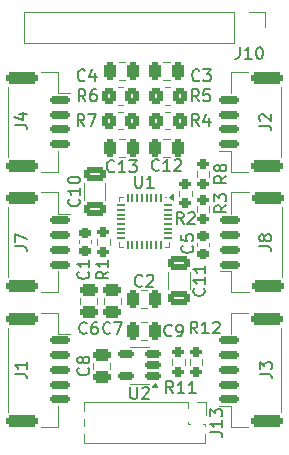
<source format=gto>
G04 #@! TF.GenerationSoftware,KiCad,Pcbnew,8.0.1*
G04 #@! TF.CreationDate,2024-09-18T22:43:32-06:00*
G04 #@! TF.ProjectId,semg,73656d67-2e6b-4696-9361-645f70636258,rev?*
G04 #@! TF.SameCoordinates,Original*
G04 #@! TF.FileFunction,Legend,Top*
G04 #@! TF.FilePolarity,Positive*
%FSLAX46Y46*%
G04 Gerber Fmt 4.6, Leading zero omitted, Abs format (unit mm)*
G04 Created by KiCad (PCBNEW 8.0.1) date 2024-09-18 22:43:32*
%MOMM*%
%LPD*%
G01*
G04 APERTURE LIST*
G04 Aperture macros list*
%AMRoundRect*
0 Rectangle with rounded corners*
0 $1 Rounding radius*
0 $2 $3 $4 $5 $6 $7 $8 $9 X,Y pos of 4 corners*
0 Add a 4 corners polygon primitive as box body*
4,1,4,$2,$3,$4,$5,$6,$7,$8,$9,$2,$3,0*
0 Add four circle primitives for the rounded corners*
1,1,$1+$1,$2,$3*
1,1,$1+$1,$4,$5*
1,1,$1+$1,$6,$7*
1,1,$1+$1,$8,$9*
0 Add four rect primitives between the rounded corners*
20,1,$1+$1,$2,$3,$4,$5,0*
20,1,$1+$1,$4,$5,$6,$7,0*
20,1,$1+$1,$6,$7,$8,$9,0*
20,1,$1+$1,$8,$9,$2,$3,0*%
G04 Aperture macros list end*
%ADD10C,0.150000*%
%ADD11C,0.120000*%
%ADD12RoundRect,0.050000X-0.050000X0.300000X-0.050000X-0.300000X0.050000X-0.300000X0.050000X0.300000X0*%
%ADD13RoundRect,0.050000X-0.300000X0.050000X-0.300000X-0.050000X0.300000X-0.050000X0.300000X0.050000X0*%
%ADD14R,2.900000X2.900000*%
%ADD15RoundRect,0.150000X-0.700000X0.150000X-0.700000X-0.150000X0.700000X-0.150000X0.700000X0.150000X0*%
%ADD16RoundRect,0.250000X-1.100000X0.250000X-1.100000X-0.250000X1.100000X-0.250000X1.100000X0.250000X0*%
%ADD17RoundRect,0.225000X0.250000X-0.225000X0.250000X0.225000X-0.250000X0.225000X-0.250000X-0.225000X0*%
%ADD18RoundRect,0.250000X-0.350000X-0.450000X0.350000X-0.450000X0.350000X0.450000X-0.350000X0.450000X0*%
%ADD19RoundRect,0.200000X-0.275000X0.200000X-0.275000X-0.200000X0.275000X-0.200000X0.275000X0.200000X0*%
%ADD20RoundRect,0.150000X0.512500X0.150000X-0.512500X0.150000X-0.512500X-0.150000X0.512500X-0.150000X0*%
%ADD21RoundRect,0.250000X-0.475000X0.250000X-0.475000X-0.250000X0.475000X-0.250000X0.475000X0.250000X0*%
%ADD22RoundRect,0.250000X-0.250000X-0.475000X0.250000X-0.475000X0.250000X0.475000X-0.250000X0.475000X0*%
%ADD23RoundRect,0.200000X0.275000X-0.200000X0.275000X0.200000X-0.275000X0.200000X-0.275000X-0.200000X0*%
%ADD24RoundRect,0.150000X0.700000X-0.150000X0.700000X0.150000X-0.700000X0.150000X-0.700000X-0.150000X0*%
%ADD25RoundRect,0.250000X1.100000X-0.250000X1.100000X0.250000X-1.100000X0.250000X-1.100000X-0.250000X0*%
%ADD26R,2.000000X2.000000*%
%ADD27O,2.000000X2.000000*%
%ADD28RoundRect,0.250000X0.250000X0.475000X-0.250000X0.475000X-0.250000X-0.475000X0.250000X-0.475000X0*%
%ADD29RoundRect,0.225000X-0.250000X0.225000X-0.250000X-0.225000X0.250000X-0.225000X0.250000X0.225000X0*%
%ADD30RoundRect,0.250000X-0.650000X0.325000X-0.650000X-0.325000X0.650000X-0.325000X0.650000X0.325000X0*%
%ADD31RoundRect,0.250000X0.350000X0.450000X-0.350000X0.450000X-0.350000X-0.450000X0.350000X-0.450000X0*%
%ADD32R,1.000000X1.000000*%
%ADD33O,1.000000X1.000000*%
%ADD34RoundRect,0.250000X0.650000X-0.325000X0.650000X0.325000X-0.650000X0.325000X-0.650000X-0.325000X0*%
G04 APERTURE END LIST*
D10*
X65588095Y-29604819D02*
X65588095Y-30414342D01*
X65588095Y-30414342D02*
X65635714Y-30509580D01*
X65635714Y-30509580D02*
X65683333Y-30557200D01*
X65683333Y-30557200D02*
X65778571Y-30604819D01*
X65778571Y-30604819D02*
X65969047Y-30604819D01*
X65969047Y-30604819D02*
X66064285Y-30557200D01*
X66064285Y-30557200D02*
X66111904Y-30509580D01*
X66111904Y-30509580D02*
X66159523Y-30414342D01*
X66159523Y-30414342D02*
X66159523Y-29604819D01*
X67159523Y-30604819D02*
X66588095Y-30604819D01*
X66873809Y-30604819D02*
X66873809Y-29604819D01*
X66873809Y-29604819D02*
X66778571Y-29747676D01*
X66778571Y-29747676D02*
X66683333Y-29842914D01*
X66683333Y-29842914D02*
X66588095Y-29890533D01*
X55404819Y-46383333D02*
X56119104Y-46383333D01*
X56119104Y-46383333D02*
X56261961Y-46430952D01*
X56261961Y-46430952D02*
X56357200Y-46526190D01*
X56357200Y-46526190D02*
X56404819Y-46669047D01*
X56404819Y-46669047D02*
X56404819Y-46764285D01*
X56404819Y-45383333D02*
X56404819Y-45954761D01*
X56404819Y-45669047D02*
X55404819Y-45669047D01*
X55404819Y-45669047D02*
X55547676Y-45764285D01*
X55547676Y-45764285D02*
X55642914Y-45859523D01*
X55642914Y-45859523D02*
X55690533Y-45954761D01*
X70409580Y-35516666D02*
X70457200Y-35564285D01*
X70457200Y-35564285D02*
X70504819Y-35707142D01*
X70504819Y-35707142D02*
X70504819Y-35802380D01*
X70504819Y-35802380D02*
X70457200Y-35945237D01*
X70457200Y-35945237D02*
X70361961Y-36040475D01*
X70361961Y-36040475D02*
X70266723Y-36088094D01*
X70266723Y-36088094D02*
X70076247Y-36135713D01*
X70076247Y-36135713D02*
X69933390Y-36135713D01*
X69933390Y-36135713D02*
X69742914Y-36088094D01*
X69742914Y-36088094D02*
X69647676Y-36040475D01*
X69647676Y-36040475D02*
X69552438Y-35945237D01*
X69552438Y-35945237D02*
X69504819Y-35802380D01*
X69504819Y-35802380D02*
X69504819Y-35707142D01*
X69504819Y-35707142D02*
X69552438Y-35564285D01*
X69552438Y-35564285D02*
X69600057Y-35516666D01*
X69504819Y-34611904D02*
X69504819Y-35088094D01*
X69504819Y-35088094D02*
X69981009Y-35135713D01*
X69981009Y-35135713D02*
X69933390Y-35088094D01*
X69933390Y-35088094D02*
X69885771Y-34992856D01*
X69885771Y-34992856D02*
X69885771Y-34754761D01*
X69885771Y-34754761D02*
X69933390Y-34659523D01*
X69933390Y-34659523D02*
X69981009Y-34611904D01*
X69981009Y-34611904D02*
X70076247Y-34564285D01*
X70076247Y-34564285D02*
X70314342Y-34564285D01*
X70314342Y-34564285D02*
X70409580Y-34611904D01*
X70409580Y-34611904D02*
X70457200Y-34659523D01*
X70457200Y-34659523D02*
X70504819Y-34754761D01*
X70504819Y-34754761D02*
X70504819Y-34992856D01*
X70504819Y-34992856D02*
X70457200Y-35088094D01*
X70457200Y-35088094D02*
X70409580Y-35135713D01*
X61383333Y-23304819D02*
X61050000Y-22828628D01*
X60811905Y-23304819D02*
X60811905Y-22304819D01*
X60811905Y-22304819D02*
X61192857Y-22304819D01*
X61192857Y-22304819D02*
X61288095Y-22352438D01*
X61288095Y-22352438D02*
X61335714Y-22400057D01*
X61335714Y-22400057D02*
X61383333Y-22495295D01*
X61383333Y-22495295D02*
X61383333Y-22638152D01*
X61383333Y-22638152D02*
X61335714Y-22733390D01*
X61335714Y-22733390D02*
X61288095Y-22781009D01*
X61288095Y-22781009D02*
X61192857Y-22828628D01*
X61192857Y-22828628D02*
X60811905Y-22828628D01*
X62240476Y-22304819D02*
X62050000Y-22304819D01*
X62050000Y-22304819D02*
X61954762Y-22352438D01*
X61954762Y-22352438D02*
X61907143Y-22400057D01*
X61907143Y-22400057D02*
X61811905Y-22542914D01*
X61811905Y-22542914D02*
X61764286Y-22733390D01*
X61764286Y-22733390D02*
X61764286Y-23114342D01*
X61764286Y-23114342D02*
X61811905Y-23209580D01*
X61811905Y-23209580D02*
X61859524Y-23257200D01*
X61859524Y-23257200D02*
X61954762Y-23304819D01*
X61954762Y-23304819D02*
X62145238Y-23304819D01*
X62145238Y-23304819D02*
X62240476Y-23257200D01*
X62240476Y-23257200D02*
X62288095Y-23209580D01*
X62288095Y-23209580D02*
X62335714Y-23114342D01*
X62335714Y-23114342D02*
X62335714Y-22876247D01*
X62335714Y-22876247D02*
X62288095Y-22781009D01*
X62288095Y-22781009D02*
X62240476Y-22733390D01*
X62240476Y-22733390D02*
X62145238Y-22685771D01*
X62145238Y-22685771D02*
X61954762Y-22685771D01*
X61954762Y-22685771D02*
X61859524Y-22733390D01*
X61859524Y-22733390D02*
X61811905Y-22781009D01*
X61811905Y-22781009D02*
X61764286Y-22876247D01*
X69683333Y-33704819D02*
X69350000Y-33228628D01*
X69111905Y-33704819D02*
X69111905Y-32704819D01*
X69111905Y-32704819D02*
X69492857Y-32704819D01*
X69492857Y-32704819D02*
X69588095Y-32752438D01*
X69588095Y-32752438D02*
X69635714Y-32800057D01*
X69635714Y-32800057D02*
X69683333Y-32895295D01*
X69683333Y-32895295D02*
X69683333Y-33038152D01*
X69683333Y-33038152D02*
X69635714Y-33133390D01*
X69635714Y-33133390D02*
X69588095Y-33181009D01*
X69588095Y-33181009D02*
X69492857Y-33228628D01*
X69492857Y-33228628D02*
X69111905Y-33228628D01*
X70064286Y-32800057D02*
X70111905Y-32752438D01*
X70111905Y-32752438D02*
X70207143Y-32704819D01*
X70207143Y-32704819D02*
X70445238Y-32704819D01*
X70445238Y-32704819D02*
X70540476Y-32752438D01*
X70540476Y-32752438D02*
X70588095Y-32800057D01*
X70588095Y-32800057D02*
X70635714Y-32895295D01*
X70635714Y-32895295D02*
X70635714Y-32990533D01*
X70635714Y-32990533D02*
X70588095Y-33133390D01*
X70588095Y-33133390D02*
X70016667Y-33704819D01*
X70016667Y-33704819D02*
X70635714Y-33704819D01*
X65188095Y-47504819D02*
X65188095Y-48314342D01*
X65188095Y-48314342D02*
X65235714Y-48409580D01*
X65235714Y-48409580D02*
X65283333Y-48457200D01*
X65283333Y-48457200D02*
X65378571Y-48504819D01*
X65378571Y-48504819D02*
X65569047Y-48504819D01*
X65569047Y-48504819D02*
X65664285Y-48457200D01*
X65664285Y-48457200D02*
X65711904Y-48409580D01*
X65711904Y-48409580D02*
X65759523Y-48314342D01*
X65759523Y-48314342D02*
X65759523Y-47504819D01*
X66188095Y-47600057D02*
X66235714Y-47552438D01*
X66235714Y-47552438D02*
X66330952Y-47504819D01*
X66330952Y-47504819D02*
X66569047Y-47504819D01*
X66569047Y-47504819D02*
X66664285Y-47552438D01*
X66664285Y-47552438D02*
X66711904Y-47600057D01*
X66711904Y-47600057D02*
X66759523Y-47695295D01*
X66759523Y-47695295D02*
X66759523Y-47790533D01*
X66759523Y-47790533D02*
X66711904Y-47933390D01*
X66711904Y-47933390D02*
X66140476Y-48504819D01*
X66140476Y-48504819D02*
X66759523Y-48504819D01*
X63483333Y-42909580D02*
X63435714Y-42957200D01*
X63435714Y-42957200D02*
X63292857Y-43004819D01*
X63292857Y-43004819D02*
X63197619Y-43004819D01*
X63197619Y-43004819D02*
X63054762Y-42957200D01*
X63054762Y-42957200D02*
X62959524Y-42861961D01*
X62959524Y-42861961D02*
X62911905Y-42766723D01*
X62911905Y-42766723D02*
X62864286Y-42576247D01*
X62864286Y-42576247D02*
X62864286Y-42433390D01*
X62864286Y-42433390D02*
X62911905Y-42242914D01*
X62911905Y-42242914D02*
X62959524Y-42147676D01*
X62959524Y-42147676D02*
X63054762Y-42052438D01*
X63054762Y-42052438D02*
X63197619Y-42004819D01*
X63197619Y-42004819D02*
X63292857Y-42004819D01*
X63292857Y-42004819D02*
X63435714Y-42052438D01*
X63435714Y-42052438D02*
X63483333Y-42100057D01*
X63816667Y-42004819D02*
X64483333Y-42004819D01*
X64483333Y-42004819D02*
X64054762Y-43004819D01*
X61283333Y-25404819D02*
X60950000Y-24928628D01*
X60711905Y-25404819D02*
X60711905Y-24404819D01*
X60711905Y-24404819D02*
X61092857Y-24404819D01*
X61092857Y-24404819D02*
X61188095Y-24452438D01*
X61188095Y-24452438D02*
X61235714Y-24500057D01*
X61235714Y-24500057D02*
X61283333Y-24595295D01*
X61283333Y-24595295D02*
X61283333Y-24738152D01*
X61283333Y-24738152D02*
X61235714Y-24833390D01*
X61235714Y-24833390D02*
X61188095Y-24881009D01*
X61188095Y-24881009D02*
X61092857Y-24928628D01*
X61092857Y-24928628D02*
X60711905Y-24928628D01*
X61616667Y-24404819D02*
X62283333Y-24404819D01*
X62283333Y-24404819D02*
X61854762Y-25404819D01*
X67607142Y-29109580D02*
X67559523Y-29157200D01*
X67559523Y-29157200D02*
X67416666Y-29204819D01*
X67416666Y-29204819D02*
X67321428Y-29204819D01*
X67321428Y-29204819D02*
X67178571Y-29157200D01*
X67178571Y-29157200D02*
X67083333Y-29061961D01*
X67083333Y-29061961D02*
X67035714Y-28966723D01*
X67035714Y-28966723D02*
X66988095Y-28776247D01*
X66988095Y-28776247D02*
X66988095Y-28633390D01*
X66988095Y-28633390D02*
X67035714Y-28442914D01*
X67035714Y-28442914D02*
X67083333Y-28347676D01*
X67083333Y-28347676D02*
X67178571Y-28252438D01*
X67178571Y-28252438D02*
X67321428Y-28204819D01*
X67321428Y-28204819D02*
X67416666Y-28204819D01*
X67416666Y-28204819D02*
X67559523Y-28252438D01*
X67559523Y-28252438D02*
X67607142Y-28300057D01*
X68559523Y-29204819D02*
X67988095Y-29204819D01*
X68273809Y-29204819D02*
X68273809Y-28204819D01*
X68273809Y-28204819D02*
X68178571Y-28347676D01*
X68178571Y-28347676D02*
X68083333Y-28442914D01*
X68083333Y-28442914D02*
X67988095Y-28490533D01*
X68940476Y-28300057D02*
X68988095Y-28252438D01*
X68988095Y-28252438D02*
X69083333Y-28204819D01*
X69083333Y-28204819D02*
X69321428Y-28204819D01*
X69321428Y-28204819D02*
X69416666Y-28252438D01*
X69416666Y-28252438D02*
X69464285Y-28300057D01*
X69464285Y-28300057D02*
X69511904Y-28395295D01*
X69511904Y-28395295D02*
X69511904Y-28490533D01*
X69511904Y-28490533D02*
X69464285Y-28633390D01*
X69464285Y-28633390D02*
X68892857Y-29204819D01*
X68892857Y-29204819D02*
X69511904Y-29204819D01*
X70857142Y-42954819D02*
X70523809Y-42478628D01*
X70285714Y-42954819D02*
X70285714Y-41954819D01*
X70285714Y-41954819D02*
X70666666Y-41954819D01*
X70666666Y-41954819D02*
X70761904Y-42002438D01*
X70761904Y-42002438D02*
X70809523Y-42050057D01*
X70809523Y-42050057D02*
X70857142Y-42145295D01*
X70857142Y-42145295D02*
X70857142Y-42288152D01*
X70857142Y-42288152D02*
X70809523Y-42383390D01*
X70809523Y-42383390D02*
X70761904Y-42431009D01*
X70761904Y-42431009D02*
X70666666Y-42478628D01*
X70666666Y-42478628D02*
X70285714Y-42478628D01*
X71809523Y-42954819D02*
X71238095Y-42954819D01*
X71523809Y-42954819D02*
X71523809Y-41954819D01*
X71523809Y-41954819D02*
X71428571Y-42097676D01*
X71428571Y-42097676D02*
X71333333Y-42192914D01*
X71333333Y-42192914D02*
X71238095Y-42240533D01*
X72190476Y-42050057D02*
X72238095Y-42002438D01*
X72238095Y-42002438D02*
X72333333Y-41954819D01*
X72333333Y-41954819D02*
X72571428Y-41954819D01*
X72571428Y-41954819D02*
X72666666Y-42002438D01*
X72666666Y-42002438D02*
X72714285Y-42050057D01*
X72714285Y-42050057D02*
X72761904Y-42145295D01*
X72761904Y-42145295D02*
X72761904Y-42240533D01*
X72761904Y-42240533D02*
X72714285Y-42383390D01*
X72714285Y-42383390D02*
X72142857Y-42954819D01*
X72142857Y-42954819D02*
X72761904Y-42954819D01*
X73304819Y-29616666D02*
X72828628Y-29949999D01*
X73304819Y-30188094D02*
X72304819Y-30188094D01*
X72304819Y-30188094D02*
X72304819Y-29807142D01*
X72304819Y-29807142D02*
X72352438Y-29711904D01*
X72352438Y-29711904D02*
X72400057Y-29664285D01*
X72400057Y-29664285D02*
X72495295Y-29616666D01*
X72495295Y-29616666D02*
X72638152Y-29616666D01*
X72638152Y-29616666D02*
X72733390Y-29664285D01*
X72733390Y-29664285D02*
X72781009Y-29711904D01*
X72781009Y-29711904D02*
X72828628Y-29807142D01*
X72828628Y-29807142D02*
X72828628Y-30188094D01*
X72733390Y-29045237D02*
X72685771Y-29140475D01*
X72685771Y-29140475D02*
X72638152Y-29188094D01*
X72638152Y-29188094D02*
X72542914Y-29235713D01*
X72542914Y-29235713D02*
X72495295Y-29235713D01*
X72495295Y-29235713D02*
X72400057Y-29188094D01*
X72400057Y-29188094D02*
X72352438Y-29140475D01*
X72352438Y-29140475D02*
X72304819Y-29045237D01*
X72304819Y-29045237D02*
X72304819Y-28854761D01*
X72304819Y-28854761D02*
X72352438Y-28759523D01*
X72352438Y-28759523D02*
X72400057Y-28711904D01*
X72400057Y-28711904D02*
X72495295Y-28664285D01*
X72495295Y-28664285D02*
X72542914Y-28664285D01*
X72542914Y-28664285D02*
X72638152Y-28711904D01*
X72638152Y-28711904D02*
X72685771Y-28759523D01*
X72685771Y-28759523D02*
X72733390Y-28854761D01*
X72733390Y-28854761D02*
X72733390Y-29045237D01*
X72733390Y-29045237D02*
X72781009Y-29140475D01*
X72781009Y-29140475D02*
X72828628Y-29188094D01*
X72828628Y-29188094D02*
X72923866Y-29235713D01*
X72923866Y-29235713D02*
X73114342Y-29235713D01*
X73114342Y-29235713D02*
X73209580Y-29188094D01*
X73209580Y-29188094D02*
X73257200Y-29140475D01*
X73257200Y-29140475D02*
X73304819Y-29045237D01*
X73304819Y-29045237D02*
X73304819Y-28854761D01*
X73304819Y-28854761D02*
X73257200Y-28759523D01*
X73257200Y-28759523D02*
X73209580Y-28711904D01*
X73209580Y-28711904D02*
X73114342Y-28664285D01*
X73114342Y-28664285D02*
X72923866Y-28664285D01*
X72923866Y-28664285D02*
X72828628Y-28711904D01*
X72828628Y-28711904D02*
X72781009Y-28759523D01*
X72781009Y-28759523D02*
X72733390Y-28854761D01*
X76154819Y-46383333D02*
X76869104Y-46383333D01*
X76869104Y-46383333D02*
X77011961Y-46430952D01*
X77011961Y-46430952D02*
X77107200Y-46526190D01*
X77107200Y-46526190D02*
X77154819Y-46669047D01*
X77154819Y-46669047D02*
X77154819Y-46764285D01*
X76154819Y-46002380D02*
X76154819Y-45383333D01*
X76154819Y-45383333D02*
X76535771Y-45716666D01*
X76535771Y-45716666D02*
X76535771Y-45573809D01*
X76535771Y-45573809D02*
X76583390Y-45478571D01*
X76583390Y-45478571D02*
X76631009Y-45430952D01*
X76631009Y-45430952D02*
X76726247Y-45383333D01*
X76726247Y-45383333D02*
X76964342Y-45383333D01*
X76964342Y-45383333D02*
X77059580Y-45430952D01*
X77059580Y-45430952D02*
X77107200Y-45478571D01*
X77107200Y-45478571D02*
X77154819Y-45573809D01*
X77154819Y-45573809D02*
X77154819Y-45859523D01*
X77154819Y-45859523D02*
X77107200Y-45954761D01*
X77107200Y-45954761D02*
X77059580Y-46002380D01*
X61609580Y-45866666D02*
X61657200Y-45914285D01*
X61657200Y-45914285D02*
X61704819Y-46057142D01*
X61704819Y-46057142D02*
X61704819Y-46152380D01*
X61704819Y-46152380D02*
X61657200Y-46295237D01*
X61657200Y-46295237D02*
X61561961Y-46390475D01*
X61561961Y-46390475D02*
X61466723Y-46438094D01*
X61466723Y-46438094D02*
X61276247Y-46485713D01*
X61276247Y-46485713D02*
X61133390Y-46485713D01*
X61133390Y-46485713D02*
X60942914Y-46438094D01*
X60942914Y-46438094D02*
X60847676Y-46390475D01*
X60847676Y-46390475D02*
X60752438Y-46295237D01*
X60752438Y-46295237D02*
X60704819Y-46152380D01*
X60704819Y-46152380D02*
X60704819Y-46057142D01*
X60704819Y-46057142D02*
X60752438Y-45914285D01*
X60752438Y-45914285D02*
X60800057Y-45866666D01*
X61133390Y-45295237D02*
X61085771Y-45390475D01*
X61085771Y-45390475D02*
X61038152Y-45438094D01*
X61038152Y-45438094D02*
X60942914Y-45485713D01*
X60942914Y-45485713D02*
X60895295Y-45485713D01*
X60895295Y-45485713D02*
X60800057Y-45438094D01*
X60800057Y-45438094D02*
X60752438Y-45390475D01*
X60752438Y-45390475D02*
X60704819Y-45295237D01*
X60704819Y-45295237D02*
X60704819Y-45104761D01*
X60704819Y-45104761D02*
X60752438Y-45009523D01*
X60752438Y-45009523D02*
X60800057Y-44961904D01*
X60800057Y-44961904D02*
X60895295Y-44914285D01*
X60895295Y-44914285D02*
X60942914Y-44914285D01*
X60942914Y-44914285D02*
X61038152Y-44961904D01*
X61038152Y-44961904D02*
X61085771Y-45009523D01*
X61085771Y-45009523D02*
X61133390Y-45104761D01*
X61133390Y-45104761D02*
X61133390Y-45295237D01*
X61133390Y-45295237D02*
X61181009Y-45390475D01*
X61181009Y-45390475D02*
X61228628Y-45438094D01*
X61228628Y-45438094D02*
X61323866Y-45485713D01*
X61323866Y-45485713D02*
X61514342Y-45485713D01*
X61514342Y-45485713D02*
X61609580Y-45438094D01*
X61609580Y-45438094D02*
X61657200Y-45390475D01*
X61657200Y-45390475D02*
X61704819Y-45295237D01*
X61704819Y-45295237D02*
X61704819Y-45104761D01*
X61704819Y-45104761D02*
X61657200Y-45009523D01*
X61657200Y-45009523D02*
X61609580Y-44961904D01*
X61609580Y-44961904D02*
X61514342Y-44914285D01*
X61514342Y-44914285D02*
X61323866Y-44914285D01*
X61323866Y-44914285D02*
X61228628Y-44961904D01*
X61228628Y-44961904D02*
X61181009Y-45009523D01*
X61181009Y-45009523D02*
X61133390Y-45104761D01*
X74440476Y-18704819D02*
X74440476Y-19419104D01*
X74440476Y-19419104D02*
X74392857Y-19561961D01*
X74392857Y-19561961D02*
X74297619Y-19657200D01*
X74297619Y-19657200D02*
X74154762Y-19704819D01*
X74154762Y-19704819D02*
X74059524Y-19704819D01*
X75440476Y-19704819D02*
X74869048Y-19704819D01*
X75154762Y-19704819D02*
X75154762Y-18704819D01*
X75154762Y-18704819D02*
X75059524Y-18847676D01*
X75059524Y-18847676D02*
X74964286Y-18942914D01*
X74964286Y-18942914D02*
X74869048Y-18990533D01*
X76059524Y-18704819D02*
X76154762Y-18704819D01*
X76154762Y-18704819D02*
X76250000Y-18752438D01*
X76250000Y-18752438D02*
X76297619Y-18800057D01*
X76297619Y-18800057D02*
X76345238Y-18895295D01*
X76345238Y-18895295D02*
X76392857Y-19085771D01*
X76392857Y-19085771D02*
X76392857Y-19323866D01*
X76392857Y-19323866D02*
X76345238Y-19514342D01*
X76345238Y-19514342D02*
X76297619Y-19609580D01*
X76297619Y-19609580D02*
X76250000Y-19657200D01*
X76250000Y-19657200D02*
X76154762Y-19704819D01*
X76154762Y-19704819D02*
X76059524Y-19704819D01*
X76059524Y-19704819D02*
X75964286Y-19657200D01*
X75964286Y-19657200D02*
X75916667Y-19609580D01*
X75916667Y-19609580D02*
X75869048Y-19514342D01*
X75869048Y-19514342D02*
X75821429Y-19323866D01*
X75821429Y-19323866D02*
X75821429Y-19085771D01*
X75821429Y-19085771D02*
X75869048Y-18895295D01*
X75869048Y-18895295D02*
X75916667Y-18800057D01*
X75916667Y-18800057D02*
X75964286Y-18752438D01*
X75964286Y-18752438D02*
X76059524Y-18704819D01*
X68807142Y-48004819D02*
X68473809Y-47528628D01*
X68235714Y-48004819D02*
X68235714Y-47004819D01*
X68235714Y-47004819D02*
X68616666Y-47004819D01*
X68616666Y-47004819D02*
X68711904Y-47052438D01*
X68711904Y-47052438D02*
X68759523Y-47100057D01*
X68759523Y-47100057D02*
X68807142Y-47195295D01*
X68807142Y-47195295D02*
X68807142Y-47338152D01*
X68807142Y-47338152D02*
X68759523Y-47433390D01*
X68759523Y-47433390D02*
X68711904Y-47481009D01*
X68711904Y-47481009D02*
X68616666Y-47528628D01*
X68616666Y-47528628D02*
X68235714Y-47528628D01*
X69759523Y-48004819D02*
X69188095Y-48004819D01*
X69473809Y-48004819D02*
X69473809Y-47004819D01*
X69473809Y-47004819D02*
X69378571Y-47147676D01*
X69378571Y-47147676D02*
X69283333Y-47242914D01*
X69283333Y-47242914D02*
X69188095Y-47290533D01*
X70711904Y-48004819D02*
X70140476Y-48004819D01*
X70426190Y-48004819D02*
X70426190Y-47004819D01*
X70426190Y-47004819D02*
X70330952Y-47147676D01*
X70330952Y-47147676D02*
X70235714Y-47242914D01*
X70235714Y-47242914D02*
X70140476Y-47290533D01*
X76104819Y-25383333D02*
X76819104Y-25383333D01*
X76819104Y-25383333D02*
X76961961Y-25430952D01*
X76961961Y-25430952D02*
X77057200Y-25526190D01*
X77057200Y-25526190D02*
X77104819Y-25669047D01*
X77104819Y-25669047D02*
X77104819Y-25764285D01*
X76200057Y-24954761D02*
X76152438Y-24907142D01*
X76152438Y-24907142D02*
X76104819Y-24811904D01*
X76104819Y-24811904D02*
X76104819Y-24573809D01*
X76104819Y-24573809D02*
X76152438Y-24478571D01*
X76152438Y-24478571D02*
X76200057Y-24430952D01*
X76200057Y-24430952D02*
X76295295Y-24383333D01*
X76295295Y-24383333D02*
X76390533Y-24383333D01*
X76390533Y-24383333D02*
X76533390Y-24430952D01*
X76533390Y-24430952D02*
X77104819Y-25002380D01*
X77104819Y-25002380D02*
X77104819Y-24383333D01*
X63807142Y-29209580D02*
X63759523Y-29257200D01*
X63759523Y-29257200D02*
X63616666Y-29304819D01*
X63616666Y-29304819D02*
X63521428Y-29304819D01*
X63521428Y-29304819D02*
X63378571Y-29257200D01*
X63378571Y-29257200D02*
X63283333Y-29161961D01*
X63283333Y-29161961D02*
X63235714Y-29066723D01*
X63235714Y-29066723D02*
X63188095Y-28876247D01*
X63188095Y-28876247D02*
X63188095Y-28733390D01*
X63188095Y-28733390D02*
X63235714Y-28542914D01*
X63235714Y-28542914D02*
X63283333Y-28447676D01*
X63283333Y-28447676D02*
X63378571Y-28352438D01*
X63378571Y-28352438D02*
X63521428Y-28304819D01*
X63521428Y-28304819D02*
X63616666Y-28304819D01*
X63616666Y-28304819D02*
X63759523Y-28352438D01*
X63759523Y-28352438D02*
X63807142Y-28400057D01*
X64759523Y-29304819D02*
X64188095Y-29304819D01*
X64473809Y-29304819D02*
X64473809Y-28304819D01*
X64473809Y-28304819D02*
X64378571Y-28447676D01*
X64378571Y-28447676D02*
X64283333Y-28542914D01*
X64283333Y-28542914D02*
X64188095Y-28590533D01*
X65092857Y-28304819D02*
X65711904Y-28304819D01*
X65711904Y-28304819D02*
X65378571Y-28685771D01*
X65378571Y-28685771D02*
X65521428Y-28685771D01*
X65521428Y-28685771D02*
X65616666Y-28733390D01*
X65616666Y-28733390D02*
X65664285Y-28781009D01*
X65664285Y-28781009D02*
X65711904Y-28876247D01*
X65711904Y-28876247D02*
X65711904Y-29114342D01*
X65711904Y-29114342D02*
X65664285Y-29209580D01*
X65664285Y-29209580D02*
X65616666Y-29257200D01*
X65616666Y-29257200D02*
X65521428Y-29304819D01*
X65521428Y-29304819D02*
X65235714Y-29304819D01*
X65235714Y-29304819D02*
X65140476Y-29257200D01*
X65140476Y-29257200D02*
X65092857Y-29209580D01*
X55404819Y-35583333D02*
X56119104Y-35583333D01*
X56119104Y-35583333D02*
X56261961Y-35630952D01*
X56261961Y-35630952D02*
X56357200Y-35726190D01*
X56357200Y-35726190D02*
X56404819Y-35869047D01*
X56404819Y-35869047D02*
X56404819Y-35964285D01*
X55404819Y-35202380D02*
X55404819Y-34535714D01*
X55404819Y-34535714D02*
X56404819Y-34964285D01*
X61333333Y-21509580D02*
X61285714Y-21557200D01*
X61285714Y-21557200D02*
X61142857Y-21604819D01*
X61142857Y-21604819D02*
X61047619Y-21604819D01*
X61047619Y-21604819D02*
X60904762Y-21557200D01*
X60904762Y-21557200D02*
X60809524Y-21461961D01*
X60809524Y-21461961D02*
X60761905Y-21366723D01*
X60761905Y-21366723D02*
X60714286Y-21176247D01*
X60714286Y-21176247D02*
X60714286Y-21033390D01*
X60714286Y-21033390D02*
X60761905Y-20842914D01*
X60761905Y-20842914D02*
X60809524Y-20747676D01*
X60809524Y-20747676D02*
X60904762Y-20652438D01*
X60904762Y-20652438D02*
X61047619Y-20604819D01*
X61047619Y-20604819D02*
X61142857Y-20604819D01*
X61142857Y-20604819D02*
X61285714Y-20652438D01*
X61285714Y-20652438D02*
X61333333Y-20700057D01*
X62190476Y-20938152D02*
X62190476Y-21604819D01*
X61952381Y-20557200D02*
X61714286Y-21271485D01*
X61714286Y-21271485D02*
X62333333Y-21271485D01*
X71033333Y-21509580D02*
X70985714Y-21557200D01*
X70985714Y-21557200D02*
X70842857Y-21604819D01*
X70842857Y-21604819D02*
X70747619Y-21604819D01*
X70747619Y-21604819D02*
X70604762Y-21557200D01*
X70604762Y-21557200D02*
X70509524Y-21461961D01*
X70509524Y-21461961D02*
X70461905Y-21366723D01*
X70461905Y-21366723D02*
X70414286Y-21176247D01*
X70414286Y-21176247D02*
X70414286Y-21033390D01*
X70414286Y-21033390D02*
X70461905Y-20842914D01*
X70461905Y-20842914D02*
X70509524Y-20747676D01*
X70509524Y-20747676D02*
X70604762Y-20652438D01*
X70604762Y-20652438D02*
X70747619Y-20604819D01*
X70747619Y-20604819D02*
X70842857Y-20604819D01*
X70842857Y-20604819D02*
X70985714Y-20652438D01*
X70985714Y-20652438D02*
X71033333Y-20700057D01*
X71366667Y-20604819D02*
X71985714Y-20604819D01*
X71985714Y-20604819D02*
X71652381Y-20985771D01*
X71652381Y-20985771D02*
X71795238Y-20985771D01*
X71795238Y-20985771D02*
X71890476Y-21033390D01*
X71890476Y-21033390D02*
X71938095Y-21081009D01*
X71938095Y-21081009D02*
X71985714Y-21176247D01*
X71985714Y-21176247D02*
X71985714Y-21414342D01*
X71985714Y-21414342D02*
X71938095Y-21509580D01*
X71938095Y-21509580D02*
X71890476Y-21557200D01*
X71890476Y-21557200D02*
X71795238Y-21604819D01*
X71795238Y-21604819D02*
X71509524Y-21604819D01*
X71509524Y-21604819D02*
X71414286Y-21557200D01*
X71414286Y-21557200D02*
X71366667Y-21509580D01*
X61609580Y-37716666D02*
X61657200Y-37764285D01*
X61657200Y-37764285D02*
X61704819Y-37907142D01*
X61704819Y-37907142D02*
X61704819Y-38002380D01*
X61704819Y-38002380D02*
X61657200Y-38145237D01*
X61657200Y-38145237D02*
X61561961Y-38240475D01*
X61561961Y-38240475D02*
X61466723Y-38288094D01*
X61466723Y-38288094D02*
X61276247Y-38335713D01*
X61276247Y-38335713D02*
X61133390Y-38335713D01*
X61133390Y-38335713D02*
X60942914Y-38288094D01*
X60942914Y-38288094D02*
X60847676Y-38240475D01*
X60847676Y-38240475D02*
X60752438Y-38145237D01*
X60752438Y-38145237D02*
X60704819Y-38002380D01*
X60704819Y-38002380D02*
X60704819Y-37907142D01*
X60704819Y-37907142D02*
X60752438Y-37764285D01*
X60752438Y-37764285D02*
X60800057Y-37716666D01*
X61704819Y-36764285D02*
X61704819Y-37335713D01*
X61704819Y-37049999D02*
X60704819Y-37049999D01*
X60704819Y-37049999D02*
X60847676Y-37145237D01*
X60847676Y-37145237D02*
X60942914Y-37240475D01*
X60942914Y-37240475D02*
X60990533Y-37335713D01*
X61483333Y-42909580D02*
X61435714Y-42957200D01*
X61435714Y-42957200D02*
X61292857Y-43004819D01*
X61292857Y-43004819D02*
X61197619Y-43004819D01*
X61197619Y-43004819D02*
X61054762Y-42957200D01*
X61054762Y-42957200D02*
X60959524Y-42861961D01*
X60959524Y-42861961D02*
X60911905Y-42766723D01*
X60911905Y-42766723D02*
X60864286Y-42576247D01*
X60864286Y-42576247D02*
X60864286Y-42433390D01*
X60864286Y-42433390D02*
X60911905Y-42242914D01*
X60911905Y-42242914D02*
X60959524Y-42147676D01*
X60959524Y-42147676D02*
X61054762Y-42052438D01*
X61054762Y-42052438D02*
X61197619Y-42004819D01*
X61197619Y-42004819D02*
X61292857Y-42004819D01*
X61292857Y-42004819D02*
X61435714Y-42052438D01*
X61435714Y-42052438D02*
X61483333Y-42100057D01*
X62340476Y-42004819D02*
X62150000Y-42004819D01*
X62150000Y-42004819D02*
X62054762Y-42052438D01*
X62054762Y-42052438D02*
X62007143Y-42100057D01*
X62007143Y-42100057D02*
X61911905Y-42242914D01*
X61911905Y-42242914D02*
X61864286Y-42433390D01*
X61864286Y-42433390D02*
X61864286Y-42814342D01*
X61864286Y-42814342D02*
X61911905Y-42909580D01*
X61911905Y-42909580D02*
X61959524Y-42957200D01*
X61959524Y-42957200D02*
X62054762Y-43004819D01*
X62054762Y-43004819D02*
X62245238Y-43004819D01*
X62245238Y-43004819D02*
X62340476Y-42957200D01*
X62340476Y-42957200D02*
X62388095Y-42909580D01*
X62388095Y-42909580D02*
X62435714Y-42814342D01*
X62435714Y-42814342D02*
X62435714Y-42576247D01*
X62435714Y-42576247D02*
X62388095Y-42481009D01*
X62388095Y-42481009D02*
X62340476Y-42433390D01*
X62340476Y-42433390D02*
X62245238Y-42385771D01*
X62245238Y-42385771D02*
X62054762Y-42385771D01*
X62054762Y-42385771D02*
X61959524Y-42433390D01*
X61959524Y-42433390D02*
X61911905Y-42481009D01*
X61911905Y-42481009D02*
X61864286Y-42576247D01*
X68683333Y-43109580D02*
X68635714Y-43157200D01*
X68635714Y-43157200D02*
X68492857Y-43204819D01*
X68492857Y-43204819D02*
X68397619Y-43204819D01*
X68397619Y-43204819D02*
X68254762Y-43157200D01*
X68254762Y-43157200D02*
X68159524Y-43061961D01*
X68159524Y-43061961D02*
X68111905Y-42966723D01*
X68111905Y-42966723D02*
X68064286Y-42776247D01*
X68064286Y-42776247D02*
X68064286Y-42633390D01*
X68064286Y-42633390D02*
X68111905Y-42442914D01*
X68111905Y-42442914D02*
X68159524Y-42347676D01*
X68159524Y-42347676D02*
X68254762Y-42252438D01*
X68254762Y-42252438D02*
X68397619Y-42204819D01*
X68397619Y-42204819D02*
X68492857Y-42204819D01*
X68492857Y-42204819D02*
X68635714Y-42252438D01*
X68635714Y-42252438D02*
X68683333Y-42300057D01*
X69159524Y-43204819D02*
X69350000Y-43204819D01*
X69350000Y-43204819D02*
X69445238Y-43157200D01*
X69445238Y-43157200D02*
X69492857Y-43109580D01*
X69492857Y-43109580D02*
X69588095Y-42966723D01*
X69588095Y-42966723D02*
X69635714Y-42776247D01*
X69635714Y-42776247D02*
X69635714Y-42395295D01*
X69635714Y-42395295D02*
X69588095Y-42300057D01*
X69588095Y-42300057D02*
X69540476Y-42252438D01*
X69540476Y-42252438D02*
X69445238Y-42204819D01*
X69445238Y-42204819D02*
X69254762Y-42204819D01*
X69254762Y-42204819D02*
X69159524Y-42252438D01*
X69159524Y-42252438D02*
X69111905Y-42300057D01*
X69111905Y-42300057D02*
X69064286Y-42395295D01*
X69064286Y-42395295D02*
X69064286Y-42633390D01*
X69064286Y-42633390D02*
X69111905Y-42728628D01*
X69111905Y-42728628D02*
X69159524Y-42776247D01*
X69159524Y-42776247D02*
X69254762Y-42823866D01*
X69254762Y-42823866D02*
X69445238Y-42823866D01*
X69445238Y-42823866D02*
X69540476Y-42776247D01*
X69540476Y-42776247D02*
X69588095Y-42728628D01*
X69588095Y-42728628D02*
X69635714Y-42633390D01*
X71409580Y-39142857D02*
X71457200Y-39190476D01*
X71457200Y-39190476D02*
X71504819Y-39333333D01*
X71504819Y-39333333D02*
X71504819Y-39428571D01*
X71504819Y-39428571D02*
X71457200Y-39571428D01*
X71457200Y-39571428D02*
X71361961Y-39666666D01*
X71361961Y-39666666D02*
X71266723Y-39714285D01*
X71266723Y-39714285D02*
X71076247Y-39761904D01*
X71076247Y-39761904D02*
X70933390Y-39761904D01*
X70933390Y-39761904D02*
X70742914Y-39714285D01*
X70742914Y-39714285D02*
X70647676Y-39666666D01*
X70647676Y-39666666D02*
X70552438Y-39571428D01*
X70552438Y-39571428D02*
X70504819Y-39428571D01*
X70504819Y-39428571D02*
X70504819Y-39333333D01*
X70504819Y-39333333D02*
X70552438Y-39190476D01*
X70552438Y-39190476D02*
X70600057Y-39142857D01*
X71504819Y-38190476D02*
X71504819Y-38761904D01*
X71504819Y-38476190D02*
X70504819Y-38476190D01*
X70504819Y-38476190D02*
X70647676Y-38571428D01*
X70647676Y-38571428D02*
X70742914Y-38666666D01*
X70742914Y-38666666D02*
X70790533Y-38761904D01*
X71504819Y-37238095D02*
X71504819Y-37809523D01*
X71504819Y-37523809D02*
X70504819Y-37523809D01*
X70504819Y-37523809D02*
X70647676Y-37619047D01*
X70647676Y-37619047D02*
X70742914Y-37714285D01*
X70742914Y-37714285D02*
X70790533Y-37809523D01*
X55404819Y-25283333D02*
X56119104Y-25283333D01*
X56119104Y-25283333D02*
X56261961Y-25330952D01*
X56261961Y-25330952D02*
X56357200Y-25426190D01*
X56357200Y-25426190D02*
X56404819Y-25569047D01*
X56404819Y-25569047D02*
X56404819Y-25664285D01*
X55738152Y-24378571D02*
X56404819Y-24378571D01*
X55357200Y-24616666D02*
X56071485Y-24854761D01*
X56071485Y-24854761D02*
X56071485Y-24235714D01*
X70983333Y-25404819D02*
X70650000Y-24928628D01*
X70411905Y-25404819D02*
X70411905Y-24404819D01*
X70411905Y-24404819D02*
X70792857Y-24404819D01*
X70792857Y-24404819D02*
X70888095Y-24452438D01*
X70888095Y-24452438D02*
X70935714Y-24500057D01*
X70935714Y-24500057D02*
X70983333Y-24595295D01*
X70983333Y-24595295D02*
X70983333Y-24738152D01*
X70983333Y-24738152D02*
X70935714Y-24833390D01*
X70935714Y-24833390D02*
X70888095Y-24881009D01*
X70888095Y-24881009D02*
X70792857Y-24928628D01*
X70792857Y-24928628D02*
X70411905Y-24928628D01*
X71840476Y-24738152D02*
X71840476Y-25404819D01*
X71602381Y-24357200D02*
X71364286Y-25071485D01*
X71364286Y-25071485D02*
X71983333Y-25071485D01*
X71959819Y-51319523D02*
X72674104Y-51319523D01*
X72674104Y-51319523D02*
X72816961Y-51367142D01*
X72816961Y-51367142D02*
X72912200Y-51462380D01*
X72912200Y-51462380D02*
X72959819Y-51605237D01*
X72959819Y-51605237D02*
X72959819Y-51700475D01*
X72959819Y-50319523D02*
X72959819Y-50890951D01*
X72959819Y-50605237D02*
X71959819Y-50605237D01*
X71959819Y-50605237D02*
X72102676Y-50700475D01*
X72102676Y-50700475D02*
X72197914Y-50795713D01*
X72197914Y-50795713D02*
X72245533Y-50890951D01*
X71959819Y-49986189D02*
X71959819Y-49367142D01*
X71959819Y-49367142D02*
X72340771Y-49700475D01*
X72340771Y-49700475D02*
X72340771Y-49557618D01*
X72340771Y-49557618D02*
X72388390Y-49462380D01*
X72388390Y-49462380D02*
X72436009Y-49414761D01*
X72436009Y-49414761D02*
X72531247Y-49367142D01*
X72531247Y-49367142D02*
X72769342Y-49367142D01*
X72769342Y-49367142D02*
X72864580Y-49414761D01*
X72864580Y-49414761D02*
X72912200Y-49462380D01*
X72912200Y-49462380D02*
X72959819Y-49557618D01*
X72959819Y-49557618D02*
X72959819Y-49843332D01*
X72959819Y-49843332D02*
X72912200Y-49938570D01*
X72912200Y-49938570D02*
X72864580Y-49986189D01*
X76104819Y-35583333D02*
X76819104Y-35583333D01*
X76819104Y-35583333D02*
X76961961Y-35630952D01*
X76961961Y-35630952D02*
X77057200Y-35726190D01*
X77057200Y-35726190D02*
X77104819Y-35869047D01*
X77104819Y-35869047D02*
X77104819Y-35964285D01*
X76533390Y-34964285D02*
X76485771Y-35059523D01*
X76485771Y-35059523D02*
X76438152Y-35107142D01*
X76438152Y-35107142D02*
X76342914Y-35154761D01*
X76342914Y-35154761D02*
X76295295Y-35154761D01*
X76295295Y-35154761D02*
X76200057Y-35107142D01*
X76200057Y-35107142D02*
X76152438Y-35059523D01*
X76152438Y-35059523D02*
X76104819Y-34964285D01*
X76104819Y-34964285D02*
X76104819Y-34773809D01*
X76104819Y-34773809D02*
X76152438Y-34678571D01*
X76152438Y-34678571D02*
X76200057Y-34630952D01*
X76200057Y-34630952D02*
X76295295Y-34583333D01*
X76295295Y-34583333D02*
X76342914Y-34583333D01*
X76342914Y-34583333D02*
X76438152Y-34630952D01*
X76438152Y-34630952D02*
X76485771Y-34678571D01*
X76485771Y-34678571D02*
X76533390Y-34773809D01*
X76533390Y-34773809D02*
X76533390Y-34964285D01*
X76533390Y-34964285D02*
X76581009Y-35059523D01*
X76581009Y-35059523D02*
X76628628Y-35107142D01*
X76628628Y-35107142D02*
X76723866Y-35154761D01*
X76723866Y-35154761D02*
X76914342Y-35154761D01*
X76914342Y-35154761D02*
X77009580Y-35107142D01*
X77009580Y-35107142D02*
X77057200Y-35059523D01*
X77057200Y-35059523D02*
X77104819Y-34964285D01*
X77104819Y-34964285D02*
X77104819Y-34773809D01*
X77104819Y-34773809D02*
X77057200Y-34678571D01*
X77057200Y-34678571D02*
X77009580Y-34630952D01*
X77009580Y-34630952D02*
X76914342Y-34583333D01*
X76914342Y-34583333D02*
X76723866Y-34583333D01*
X76723866Y-34583333D02*
X76628628Y-34630952D01*
X76628628Y-34630952D02*
X76581009Y-34678571D01*
X76581009Y-34678571D02*
X76533390Y-34773809D01*
X73304819Y-32116666D02*
X72828628Y-32449999D01*
X73304819Y-32688094D02*
X72304819Y-32688094D01*
X72304819Y-32688094D02*
X72304819Y-32307142D01*
X72304819Y-32307142D02*
X72352438Y-32211904D01*
X72352438Y-32211904D02*
X72400057Y-32164285D01*
X72400057Y-32164285D02*
X72495295Y-32116666D01*
X72495295Y-32116666D02*
X72638152Y-32116666D01*
X72638152Y-32116666D02*
X72733390Y-32164285D01*
X72733390Y-32164285D02*
X72781009Y-32211904D01*
X72781009Y-32211904D02*
X72828628Y-32307142D01*
X72828628Y-32307142D02*
X72828628Y-32688094D01*
X72304819Y-31783332D02*
X72304819Y-31164285D01*
X72304819Y-31164285D02*
X72685771Y-31497618D01*
X72685771Y-31497618D02*
X72685771Y-31354761D01*
X72685771Y-31354761D02*
X72733390Y-31259523D01*
X72733390Y-31259523D02*
X72781009Y-31211904D01*
X72781009Y-31211904D02*
X72876247Y-31164285D01*
X72876247Y-31164285D02*
X73114342Y-31164285D01*
X73114342Y-31164285D02*
X73209580Y-31211904D01*
X73209580Y-31211904D02*
X73257200Y-31259523D01*
X73257200Y-31259523D02*
X73304819Y-31354761D01*
X73304819Y-31354761D02*
X73304819Y-31640475D01*
X73304819Y-31640475D02*
X73257200Y-31735713D01*
X73257200Y-31735713D02*
X73209580Y-31783332D01*
X63304819Y-37716666D02*
X62828628Y-38049999D01*
X63304819Y-38288094D02*
X62304819Y-38288094D01*
X62304819Y-38288094D02*
X62304819Y-37907142D01*
X62304819Y-37907142D02*
X62352438Y-37811904D01*
X62352438Y-37811904D02*
X62400057Y-37764285D01*
X62400057Y-37764285D02*
X62495295Y-37716666D01*
X62495295Y-37716666D02*
X62638152Y-37716666D01*
X62638152Y-37716666D02*
X62733390Y-37764285D01*
X62733390Y-37764285D02*
X62781009Y-37811904D01*
X62781009Y-37811904D02*
X62828628Y-37907142D01*
X62828628Y-37907142D02*
X62828628Y-38288094D01*
X63304819Y-36764285D02*
X63304819Y-37335713D01*
X63304819Y-37049999D02*
X62304819Y-37049999D01*
X62304819Y-37049999D02*
X62447676Y-37145237D01*
X62447676Y-37145237D02*
X62542914Y-37240475D01*
X62542914Y-37240475D02*
X62590533Y-37335713D01*
X66183333Y-38909580D02*
X66135714Y-38957200D01*
X66135714Y-38957200D02*
X65992857Y-39004819D01*
X65992857Y-39004819D02*
X65897619Y-39004819D01*
X65897619Y-39004819D02*
X65754762Y-38957200D01*
X65754762Y-38957200D02*
X65659524Y-38861961D01*
X65659524Y-38861961D02*
X65611905Y-38766723D01*
X65611905Y-38766723D02*
X65564286Y-38576247D01*
X65564286Y-38576247D02*
X65564286Y-38433390D01*
X65564286Y-38433390D02*
X65611905Y-38242914D01*
X65611905Y-38242914D02*
X65659524Y-38147676D01*
X65659524Y-38147676D02*
X65754762Y-38052438D01*
X65754762Y-38052438D02*
X65897619Y-38004819D01*
X65897619Y-38004819D02*
X65992857Y-38004819D01*
X65992857Y-38004819D02*
X66135714Y-38052438D01*
X66135714Y-38052438D02*
X66183333Y-38100057D01*
X66564286Y-38100057D02*
X66611905Y-38052438D01*
X66611905Y-38052438D02*
X66707143Y-38004819D01*
X66707143Y-38004819D02*
X66945238Y-38004819D01*
X66945238Y-38004819D02*
X67040476Y-38052438D01*
X67040476Y-38052438D02*
X67088095Y-38100057D01*
X67088095Y-38100057D02*
X67135714Y-38195295D01*
X67135714Y-38195295D02*
X67135714Y-38290533D01*
X67135714Y-38290533D02*
X67088095Y-38433390D01*
X67088095Y-38433390D02*
X66516667Y-39004819D01*
X66516667Y-39004819D02*
X67135714Y-39004819D01*
X70983333Y-23304819D02*
X70650000Y-22828628D01*
X70411905Y-23304819D02*
X70411905Y-22304819D01*
X70411905Y-22304819D02*
X70792857Y-22304819D01*
X70792857Y-22304819D02*
X70888095Y-22352438D01*
X70888095Y-22352438D02*
X70935714Y-22400057D01*
X70935714Y-22400057D02*
X70983333Y-22495295D01*
X70983333Y-22495295D02*
X70983333Y-22638152D01*
X70983333Y-22638152D02*
X70935714Y-22733390D01*
X70935714Y-22733390D02*
X70888095Y-22781009D01*
X70888095Y-22781009D02*
X70792857Y-22828628D01*
X70792857Y-22828628D02*
X70411905Y-22828628D01*
X71888095Y-22304819D02*
X71411905Y-22304819D01*
X71411905Y-22304819D02*
X71364286Y-22781009D01*
X71364286Y-22781009D02*
X71411905Y-22733390D01*
X71411905Y-22733390D02*
X71507143Y-22685771D01*
X71507143Y-22685771D02*
X71745238Y-22685771D01*
X71745238Y-22685771D02*
X71840476Y-22733390D01*
X71840476Y-22733390D02*
X71888095Y-22781009D01*
X71888095Y-22781009D02*
X71935714Y-22876247D01*
X71935714Y-22876247D02*
X71935714Y-23114342D01*
X71935714Y-23114342D02*
X71888095Y-23209580D01*
X71888095Y-23209580D02*
X71840476Y-23257200D01*
X71840476Y-23257200D02*
X71745238Y-23304819D01*
X71745238Y-23304819D02*
X71507143Y-23304819D01*
X71507143Y-23304819D02*
X71411905Y-23257200D01*
X71411905Y-23257200D02*
X71364286Y-23209580D01*
X60809580Y-31592857D02*
X60857200Y-31640476D01*
X60857200Y-31640476D02*
X60904819Y-31783333D01*
X60904819Y-31783333D02*
X60904819Y-31878571D01*
X60904819Y-31878571D02*
X60857200Y-32021428D01*
X60857200Y-32021428D02*
X60761961Y-32116666D01*
X60761961Y-32116666D02*
X60666723Y-32164285D01*
X60666723Y-32164285D02*
X60476247Y-32211904D01*
X60476247Y-32211904D02*
X60333390Y-32211904D01*
X60333390Y-32211904D02*
X60142914Y-32164285D01*
X60142914Y-32164285D02*
X60047676Y-32116666D01*
X60047676Y-32116666D02*
X59952438Y-32021428D01*
X59952438Y-32021428D02*
X59904819Y-31878571D01*
X59904819Y-31878571D02*
X59904819Y-31783333D01*
X59904819Y-31783333D02*
X59952438Y-31640476D01*
X59952438Y-31640476D02*
X60000057Y-31592857D01*
X60904819Y-30640476D02*
X60904819Y-31211904D01*
X60904819Y-30926190D02*
X59904819Y-30926190D01*
X59904819Y-30926190D02*
X60047676Y-31021428D01*
X60047676Y-31021428D02*
X60142914Y-31116666D01*
X60142914Y-31116666D02*
X60190533Y-31211904D01*
X59904819Y-30021428D02*
X59904819Y-29926190D01*
X59904819Y-29926190D02*
X59952438Y-29830952D01*
X59952438Y-29830952D02*
X60000057Y-29783333D01*
X60000057Y-29783333D02*
X60095295Y-29735714D01*
X60095295Y-29735714D02*
X60285771Y-29688095D01*
X60285771Y-29688095D02*
X60523866Y-29688095D01*
X60523866Y-29688095D02*
X60714342Y-29735714D01*
X60714342Y-29735714D02*
X60809580Y-29783333D01*
X60809580Y-29783333D02*
X60857200Y-29830952D01*
X60857200Y-29830952D02*
X60904819Y-29926190D01*
X60904819Y-29926190D02*
X60904819Y-30021428D01*
X60904819Y-30021428D02*
X60857200Y-30116666D01*
X60857200Y-30116666D02*
X60809580Y-30164285D01*
X60809580Y-30164285D02*
X60714342Y-30211904D01*
X60714342Y-30211904D02*
X60523866Y-30259523D01*
X60523866Y-30259523D02*
X60285771Y-30259523D01*
X60285771Y-30259523D02*
X60095295Y-30211904D01*
X60095295Y-30211904D02*
X60000057Y-30164285D01*
X60000057Y-30164285D02*
X59952438Y-30116666D01*
X59952438Y-30116666D02*
X59904819Y-30021428D01*
D11*
X64240000Y-31387500D02*
X64590000Y-31387500D01*
X64240000Y-31737500D02*
X64240000Y-31387500D01*
X64240000Y-35257500D02*
X64240000Y-35607500D01*
X64240000Y-35607500D02*
X64590000Y-35607500D01*
X68110000Y-31387500D02*
X68220000Y-31387500D01*
X68460000Y-35257500D02*
X68460000Y-35607500D01*
X68460000Y-35607500D02*
X68110000Y-35607500D01*
X68790000Y-31627500D02*
X68460000Y-31387500D01*
X68790000Y-31147500D01*
X68790000Y-31627500D01*
G36*
X68790000Y-31627500D02*
G01*
X68460000Y-31387500D01*
X68790000Y-31147500D01*
X68790000Y-31627500D01*
G37*
X54790000Y-42460000D02*
X54790000Y-49640000D01*
X57610000Y-41190000D02*
X59060000Y-41190000D01*
X57610000Y-50910000D02*
X59060000Y-50910000D01*
X59060000Y-41190000D02*
X59060000Y-42990000D01*
X59060000Y-42990000D02*
X60050000Y-42990000D01*
X59060000Y-50910000D02*
X59060000Y-49110000D01*
X70840000Y-35590580D02*
X70840000Y-35309420D01*
X71860000Y-35590580D02*
X71860000Y-35309420D01*
X64122936Y-22115000D02*
X64577064Y-22115000D01*
X64122936Y-23585000D02*
X64577064Y-23585000D01*
X69327500Y-30862742D02*
X69327500Y-31337258D01*
X70372500Y-30862742D02*
X70372500Y-31337258D01*
X65937500Y-44090000D02*
X65137500Y-44090000D01*
X65937500Y-44090000D02*
X66737500Y-44090000D01*
X65937500Y-47210000D02*
X65137500Y-47210000D01*
X65937500Y-47210000D02*
X66737500Y-47210000D01*
X67477500Y-47490000D02*
X66997500Y-47490000D01*
X67237500Y-47160000D01*
X67477500Y-47490000D01*
G36*
X67477500Y-47490000D02*
G01*
X66997500Y-47490000D01*
X67237500Y-47160000D01*
X67477500Y-47490000D01*
G37*
X62915000Y-39938748D02*
X62915000Y-40461252D01*
X64385000Y-39938748D02*
X64385000Y-40461252D01*
X64122936Y-24215000D02*
X64577064Y-24215000D01*
X64122936Y-25685000D02*
X64577064Y-25685000D01*
X67988748Y-26515000D02*
X68511252Y-26515000D01*
X67988748Y-27985000D02*
X68511252Y-27985000D01*
X70227500Y-45137742D02*
X70227500Y-45612258D01*
X71272500Y-45137742D02*
X71272500Y-45612258D01*
X70827500Y-29687258D02*
X70827500Y-29212742D01*
X71872500Y-29687258D02*
X71872500Y-29212742D01*
X73690000Y-41190000D02*
X73690000Y-42990000D01*
X73690000Y-49110000D02*
X72700000Y-49110000D01*
X73690000Y-50910000D02*
X73690000Y-49110000D01*
X75140000Y-41190000D02*
X73690000Y-41190000D01*
X75140000Y-50910000D02*
X73690000Y-50910000D01*
X77960000Y-49640000D02*
X77960000Y-42460000D01*
X62015000Y-45438748D02*
X62015000Y-45961252D01*
X63485000Y-45438748D02*
X63485000Y-45961252D01*
X56140000Y-15720000D02*
X56140000Y-18380000D01*
X73980000Y-15720000D02*
X56140000Y-15720000D01*
X73980000Y-15720000D02*
X73980000Y-18380000D01*
X73980000Y-18380000D02*
X56140000Y-18380000D01*
X75250000Y-15720000D02*
X76580000Y-15720000D01*
X76580000Y-15720000D02*
X76580000Y-17050000D01*
X68727500Y-45137742D02*
X68727500Y-45612258D01*
X69772500Y-45137742D02*
X69772500Y-45612258D01*
X73690000Y-20815000D02*
X73690000Y-22615000D01*
X73690000Y-27485000D02*
X72700000Y-27485000D01*
X73690000Y-29285000D02*
X73690000Y-27485000D01*
X75140000Y-20815000D02*
X73690000Y-20815000D01*
X75140000Y-29285000D02*
X73690000Y-29285000D01*
X77960000Y-28015000D02*
X77960000Y-22085000D01*
X64188748Y-26515000D02*
X64711252Y-26515000D01*
X64188748Y-27985000D02*
X64711252Y-27985000D01*
X54790000Y-32285000D02*
X54790000Y-38215000D01*
X57610000Y-31015000D02*
X59060000Y-31015000D01*
X57610000Y-39485000D02*
X59060000Y-39485000D01*
X59060000Y-31015000D02*
X59060000Y-32815000D01*
X59060000Y-32815000D02*
X60050000Y-32815000D01*
X59060000Y-39485000D02*
X59060000Y-37685000D01*
X64711252Y-20015000D02*
X64188748Y-20015000D01*
X64711252Y-21485000D02*
X64188748Y-21485000D01*
X68511252Y-20015000D02*
X67988748Y-20015000D01*
X68511252Y-21485000D02*
X67988748Y-21485000D01*
X60840000Y-35059420D02*
X60840000Y-35340580D01*
X61860000Y-35059420D02*
X61860000Y-35340580D01*
X60915000Y-39938748D02*
X60915000Y-40461252D01*
X62385000Y-39938748D02*
X62385000Y-40461252D01*
X66088748Y-42015000D02*
X66611252Y-42015000D01*
X66088748Y-43485000D02*
X66611252Y-43485000D01*
X68390000Y-37788748D02*
X68390000Y-39211252D01*
X70210000Y-37788748D02*
X70210000Y-39211252D01*
X54790000Y-22085000D02*
X54790000Y-28015000D01*
X57610000Y-20815000D02*
X59060000Y-20815000D01*
X57610000Y-29285000D02*
X59060000Y-29285000D01*
X59060000Y-20815000D02*
X59060000Y-22615000D01*
X59060000Y-22615000D02*
X60050000Y-22615000D01*
X59060000Y-29285000D02*
X59060000Y-27485000D01*
X68577064Y-24215000D02*
X68122936Y-24215000D01*
X68577064Y-25685000D02*
X68122936Y-25685000D01*
X61225000Y-48745000D02*
X61225000Y-49567470D01*
X61225000Y-50182530D02*
X61225000Y-50837470D01*
X61225000Y-51452530D02*
X61225000Y-52275000D01*
X70050000Y-48745000D02*
X61225000Y-48745000D01*
X70050000Y-48745000D02*
X70050000Y-49311529D01*
X70050000Y-50438471D02*
X70050000Y-50581529D01*
X70103471Y-50635000D02*
X70246529Y-50635000D01*
X70810000Y-48745000D02*
X71570000Y-48745000D01*
X71373471Y-50635000D02*
X71505000Y-50635000D01*
X71505000Y-50635000D02*
X71505000Y-50837470D01*
X71505000Y-51452530D02*
X71505000Y-52275000D01*
X71505000Y-52275000D02*
X61225000Y-52275000D01*
X71570000Y-48745000D02*
X71570000Y-49875000D01*
X73740000Y-31015000D02*
X73740000Y-32815000D01*
X73740000Y-37685000D02*
X72750000Y-37685000D01*
X73740000Y-39485000D02*
X73740000Y-37685000D01*
X75190000Y-31015000D02*
X73740000Y-31015000D01*
X75190000Y-39485000D02*
X73740000Y-39485000D01*
X78010000Y-38215000D02*
X78010000Y-32285000D01*
X70827500Y-32212742D02*
X70827500Y-32687258D01*
X71872500Y-32212742D02*
X71872500Y-32687258D01*
X62377500Y-34962742D02*
X62377500Y-35437258D01*
X63422500Y-34962742D02*
X63422500Y-35437258D01*
X66611252Y-39315000D02*
X66088748Y-39315000D01*
X66611252Y-40785000D02*
X66088748Y-40785000D01*
X68577064Y-22115000D02*
X68122936Y-22115000D01*
X68577064Y-23585000D02*
X68122936Y-23585000D01*
X61240000Y-31661252D02*
X61240000Y-30238748D01*
X63060000Y-31661252D02*
X63060000Y-30238748D01*
%LPC*%
D12*
X67750000Y-31497500D03*
X67350000Y-31497500D03*
X66950000Y-31497500D03*
X66550000Y-31497500D03*
X66150000Y-31497500D03*
X65750000Y-31497500D03*
X65350000Y-31497500D03*
X64950000Y-31497500D03*
D13*
X64350000Y-32097500D03*
X64350000Y-32497500D03*
X64350000Y-32897500D03*
X64350000Y-33297500D03*
X64350000Y-33697500D03*
X64350000Y-34097500D03*
X64350000Y-34497500D03*
X64350000Y-34897500D03*
D12*
X64950000Y-35497500D03*
X65350000Y-35497500D03*
X65750000Y-35497500D03*
X66150000Y-35497500D03*
X66550000Y-35497500D03*
X66950000Y-35497500D03*
X67350000Y-35497500D03*
X67750000Y-35497500D03*
D13*
X68350000Y-34897500D03*
X68350000Y-34497500D03*
X68350000Y-34097500D03*
X68350000Y-33697500D03*
X68350000Y-33297500D03*
X68350000Y-32897500D03*
X68350000Y-32497500D03*
X68350000Y-32097500D03*
D14*
X66350000Y-33497500D03*
D15*
X59200000Y-43550000D03*
X59200000Y-44800000D03*
X59200000Y-46050000D03*
X59200000Y-47300000D03*
X59200000Y-48550000D03*
D16*
X56000000Y-41700000D03*
X56000000Y-50400000D03*
D17*
X71350000Y-36225000D03*
X71350000Y-34675000D03*
D18*
X63350000Y-22850000D03*
X65350000Y-22850000D03*
D19*
X69850000Y-30275000D03*
X69850000Y-31925000D03*
D20*
X67075000Y-46600000D03*
X67075000Y-45650000D03*
X67075000Y-44700000D03*
X64800000Y-44700000D03*
X64800000Y-46600000D03*
D21*
X63650000Y-39250000D03*
X63650000Y-41150000D03*
D18*
X63350000Y-24950000D03*
X65350000Y-24950000D03*
D22*
X67300000Y-27250000D03*
X69200000Y-27250000D03*
D19*
X70750000Y-44550000D03*
X70750000Y-46200000D03*
D23*
X71350000Y-30275000D03*
X71350000Y-28625000D03*
D24*
X73550000Y-48550000D03*
X73550000Y-47300000D03*
X73550000Y-46050000D03*
X73550000Y-44800000D03*
X73550000Y-43550000D03*
D25*
X76750000Y-50400000D03*
X76750000Y-41700000D03*
D21*
X62750000Y-44750000D03*
X62750000Y-46650000D03*
D26*
X75250000Y-17050000D03*
D27*
X72710000Y-17050000D03*
D26*
X70170000Y-17050000D03*
D27*
X67630000Y-17050000D03*
D26*
X65090000Y-17050000D03*
D27*
X62550000Y-17050000D03*
D26*
X60010000Y-17050000D03*
D27*
X57470000Y-17050000D03*
D19*
X69250000Y-44550000D03*
X69250000Y-46200000D03*
D24*
X73550000Y-26925000D03*
X73550000Y-25675000D03*
X73550000Y-24425000D03*
X73550000Y-23175000D03*
D25*
X76750000Y-28775000D03*
X76750000Y-21325000D03*
D22*
X63500000Y-27250000D03*
X65400000Y-27250000D03*
D15*
X59200000Y-33375000D03*
X59200000Y-34625000D03*
X59200000Y-35875000D03*
X59200000Y-37125000D03*
D16*
X56000000Y-31525000D03*
X56000000Y-38975000D03*
D28*
X65400000Y-20750000D03*
X63500000Y-20750000D03*
X69200000Y-20750000D03*
X67300000Y-20750000D03*
D29*
X61350000Y-34425000D03*
X61350000Y-35975000D03*
D21*
X61650000Y-39250000D03*
X61650000Y-41150000D03*
D22*
X65400000Y-42750000D03*
X67300000Y-42750000D03*
D30*
X69300000Y-37025000D03*
X69300000Y-39975000D03*
D15*
X59200000Y-23175000D03*
X59200000Y-24425000D03*
X59200000Y-25675000D03*
X59200000Y-26925000D03*
D16*
X56000000Y-21325000D03*
X56000000Y-28775000D03*
D31*
X69350000Y-24950000D03*
X67350000Y-24950000D03*
D32*
X70810000Y-49875000D03*
D33*
X70810000Y-51145000D03*
X69540000Y-49875000D03*
X69540000Y-51145000D03*
X68270000Y-49875000D03*
X68270000Y-51145000D03*
X67000000Y-49875000D03*
X67000000Y-51145000D03*
X65730000Y-49875000D03*
X65730000Y-51145000D03*
X64460000Y-49875000D03*
X64460000Y-51145000D03*
X63190000Y-49875000D03*
X63190000Y-51145000D03*
X61920000Y-49875000D03*
X61920000Y-51145000D03*
D24*
X73600000Y-37125000D03*
X73600000Y-35875000D03*
X73600000Y-34625000D03*
X73600000Y-33375000D03*
D25*
X76800000Y-38975000D03*
X76800000Y-31525000D03*
D19*
X71350000Y-31625000D03*
X71350000Y-33275000D03*
X62900000Y-34375000D03*
X62900000Y-36025000D03*
D28*
X67300000Y-40050000D03*
X65400000Y-40050000D03*
D31*
X69350000Y-22850000D03*
X67350000Y-22850000D03*
D34*
X62150000Y-32425000D03*
X62150000Y-29475000D03*
%LPD*%
M02*

</source>
